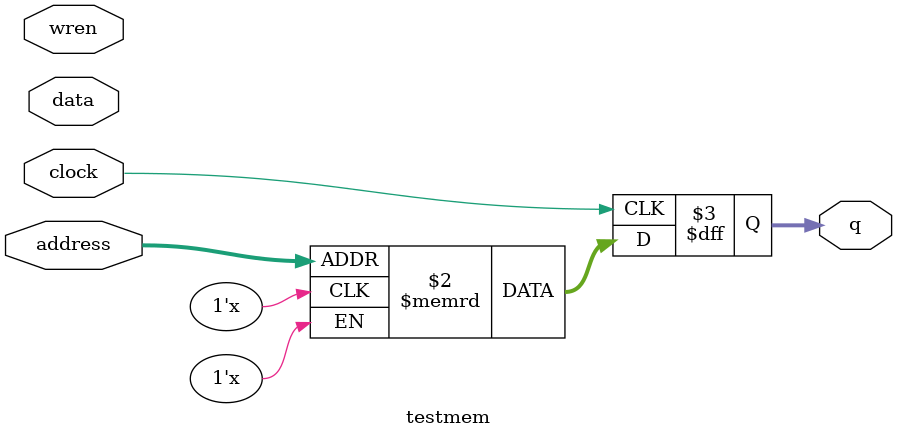
<source format=v>
module testmem(
	address,
	clock,
	data,
	wren,
	q);

	input	[15:0]  address;
	input	  clock;
	input	[31:0]  data;
	input	  wren;
	output reg	[31:0]  q;
	
	reg [31:0] ram [65535:0];
	always@(posedge clock)
		q <= ram[address];
		
endmodule
</source>
